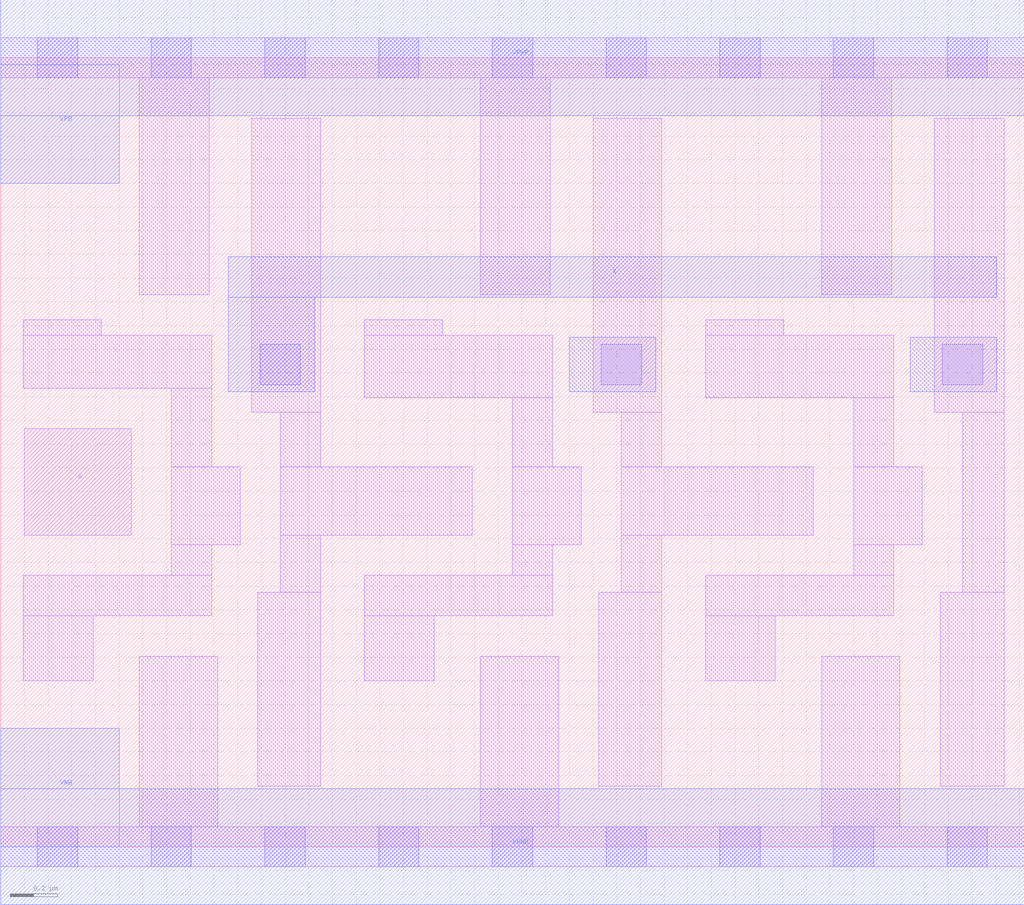
<source format=lef>
# Copyright 2020 The SkyWater PDK Authors
#
# Licensed under the Apache License, Version 2.0 (the "License");
# you may not use this file except in compliance with the License.
# You may obtain a copy of the License at
#
#     https://www.apache.org/licenses/LICENSE-2.0
#
# Unless required by applicable law or agreed to in writing, software
# distributed under the License is distributed on an "AS IS" BASIS,
# WITHOUT WARRANTIES OR CONDITIONS OF ANY KIND, either express or implied.
# See the License for the specific language governing permissions and
# limitations under the License.
#
# SPDX-License-Identifier: Apache-2.0

VERSION 5.5 ;
NAMESCASESENSITIVE ON ;
BUSBITCHARS "[]" ;
DIVIDERCHAR "/" ;
MACRO sky130_fd_sc_lp__dlymetal6s2s_1
  CLASS CORE ;
  SOURCE USER ;
  ORIGIN  0.000000  0.000000 ;
  SIZE  4.320000 BY  3.330000 ;
  SYMMETRY X Y R90 ;
  SITE unit ;
  PIN A
    ANTENNAGATEAREA  0.126000 ;
    DIRECTION INPUT ;
    USE SIGNAL ;
    PORT
      LAYER li1 ;
        RECT 0.100000 1.315000 0.550000 1.765000 ;
    END
  END A
  PIN X
    ANTENNADIFFAREA  0.556500 ;
    ANTENNAPARTIALMETALSIDEAREA  0.280000 ;
    DIRECTION OUTPUT ;
    USE SIGNAL ;
    PORT
      LAYER met1 ;
        RECT 0.960000 1.920000 1.325000 2.320000 ;
        RECT 0.960000 2.320000 4.205000 2.490000 ;
    END
  END X
  PIN VGND
    DIRECTION INOUT ;
    USE GROUND ;
    PORT
      LAYER met1 ;
        RECT 0.000000 -0.245000 4.320000 0.245000 ;
    END
  END VGND
  PIN VNB
    DIRECTION INOUT ;
    USE GROUND ;
    PORT
    END
  END VNB
  PIN VPB
    DIRECTION INOUT ;
    USE POWER ;
    PORT
    END
  END VPB
  PIN VNB
    DIRECTION INOUT ;
    USE GROUND ;
    PORT
      LAYER met1 ;
        RECT 0.000000 0.000000 0.500000 0.500000 ;
    END
  END VNB
  PIN VPB
    DIRECTION INOUT ;
    USE POWER ;
    PORT
      LAYER met1 ;
        RECT 0.000000 2.800000 0.500000 3.300000 ;
    END
  END VPB
  PIN VPWR
    DIRECTION INOUT ;
    USE POWER ;
    PORT
      LAYER met1 ;
        RECT 0.000000 3.085000 4.320000 3.575000 ;
    END
  END VPWR
  OBS
    LAYER li1 ;
      RECT 0.000000 -0.085000 4.320000 0.085000 ;
      RECT 0.000000  3.245000 4.320000 3.415000 ;
      RECT 0.095000  0.700000 0.390000 0.975000 ;
      RECT 0.095000  0.975000 0.890000 1.145000 ;
      RECT 0.095000  1.935000 0.890000 2.160000 ;
      RECT 0.095000  2.160000 0.425000 2.225000 ;
      RECT 0.585000  0.085000 0.915000 0.805000 ;
      RECT 0.585000  2.330000 0.880000 3.245000 ;
      RECT 0.720000  1.145000 0.890000 1.275000 ;
      RECT 0.720000  1.275000 1.010000 1.605000 ;
      RECT 0.720000  1.605000 0.890000 1.935000 ;
      RECT 1.060000  1.835000 1.350000 3.075000 ;
      RECT 1.085000  0.255000 1.350000 1.075000 ;
      RECT 1.180000  1.075000 1.350000 1.315000 ;
      RECT 1.180000  1.315000 1.990000 1.605000 ;
      RECT 1.180000  1.605000 1.350000 1.835000 ;
      RECT 1.535000  0.700000 1.830000 0.975000 ;
      RECT 1.535000  0.975000 2.330000 1.145000 ;
      RECT 1.535000  1.895000 2.330000 2.160000 ;
      RECT 1.535000  2.160000 1.865000 2.225000 ;
      RECT 2.025000  0.085000 2.355000 0.805000 ;
      RECT 2.025000  2.330000 2.320000 3.245000 ;
      RECT 2.160000  1.145000 2.330000 1.275000 ;
      RECT 2.160000  1.275000 2.450000 1.605000 ;
      RECT 2.160000  1.605000 2.330000 1.895000 ;
      RECT 2.500000  1.835000 2.790000 3.075000 ;
      RECT 2.525000  0.255000 2.790000 1.075000 ;
      RECT 2.620000  1.075000 2.790000 1.315000 ;
      RECT 2.620000  1.315000 3.430000 1.605000 ;
      RECT 2.620000  1.605000 2.790000 1.835000 ;
      RECT 2.975000  0.700000 3.270000 0.975000 ;
      RECT 2.975000  0.975000 3.770000 1.145000 ;
      RECT 2.975000  1.895000 3.770000 2.160000 ;
      RECT 2.975000  2.160000 3.305000 2.225000 ;
      RECT 3.465000  0.085000 3.795000 0.805000 ;
      RECT 3.465000  2.330000 3.760000 3.245000 ;
      RECT 3.600000  1.145000 3.770000 1.275000 ;
      RECT 3.600000  1.275000 3.890000 1.605000 ;
      RECT 3.600000  1.605000 3.770000 1.895000 ;
      RECT 3.940000  1.835000 4.235000 3.075000 ;
      RECT 3.965000  0.255000 4.235000 1.075000 ;
      RECT 4.060000  1.075000 4.235000 1.835000 ;
    LAYER mcon ;
      RECT 0.155000 -0.085000 0.325000 0.085000 ;
      RECT 0.155000  3.245000 0.325000 3.415000 ;
      RECT 0.635000 -0.085000 0.805000 0.085000 ;
      RECT 0.635000  3.245000 0.805000 3.415000 ;
      RECT 1.095000  1.950000 1.265000 2.120000 ;
      RECT 1.115000 -0.085000 1.285000 0.085000 ;
      RECT 1.115000  3.245000 1.285000 3.415000 ;
      RECT 1.595000 -0.085000 1.765000 0.085000 ;
      RECT 1.595000  3.245000 1.765000 3.415000 ;
      RECT 2.075000 -0.085000 2.245000 0.085000 ;
      RECT 2.075000  3.245000 2.245000 3.415000 ;
      RECT 2.535000  1.950000 2.705000 2.120000 ;
      RECT 2.555000 -0.085000 2.725000 0.085000 ;
      RECT 2.555000  3.245000 2.725000 3.415000 ;
      RECT 3.035000 -0.085000 3.205000 0.085000 ;
      RECT 3.035000  3.245000 3.205000 3.415000 ;
      RECT 3.515000 -0.085000 3.685000 0.085000 ;
      RECT 3.515000  3.245000 3.685000 3.415000 ;
      RECT 3.975000  1.950000 4.145000 2.120000 ;
      RECT 3.995000 -0.085000 4.165000 0.085000 ;
      RECT 3.995000  3.245000 4.165000 3.415000 ;
    LAYER met1 ;
      RECT 2.400000 1.920000 2.765000 2.150000 ;
      RECT 3.840000 1.920000 4.205000 2.150000 ;
  END
END sky130_fd_sc_lp__dlymetal6s2s_1
END LIBRARY

</source>
